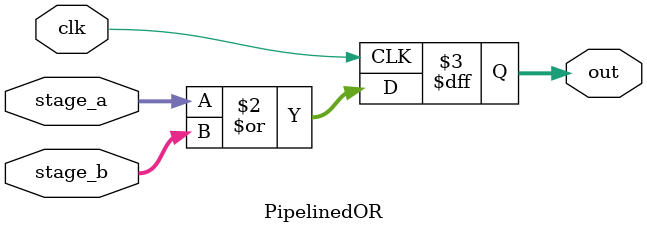
<source format=sv>
module PipelinedOR(
    input clk,
    input [15:0] stage_a, stage_b,
    output reg [15:0] out
);
    always @(posedge clk) begin
        out <= stage_a | stage_b;  // 单级流水
    end
endmodule

</source>
